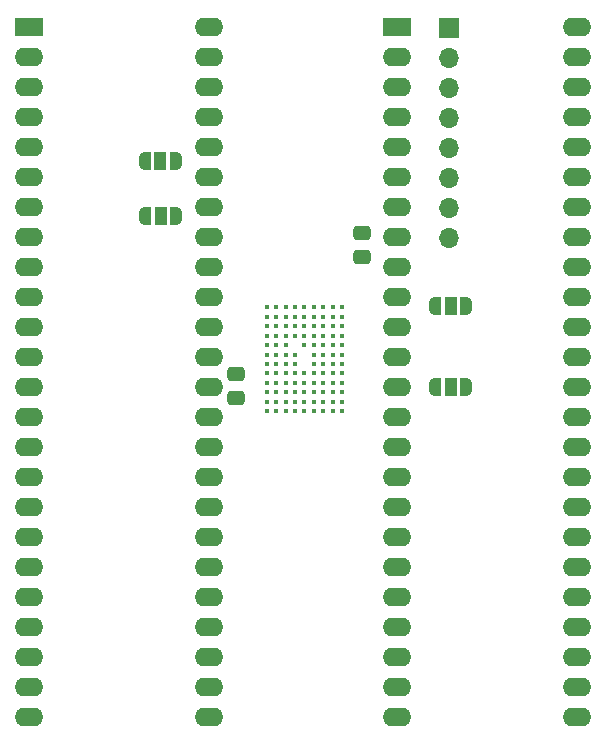
<source format=gbr>
%TF.GenerationSoftware,KiCad,Pcbnew,8.0.3*%
%TF.CreationDate,2024-11-10T11:38:16-08:00*%
%TF.ProjectId,Intel 105 BGA NOR+NAND,496e7465-6c20-4313-9035-20424741204e,rev?*%
%TF.SameCoordinates,Original*%
%TF.FileFunction,Soldermask,Top*%
%TF.FilePolarity,Negative*%
%FSLAX46Y46*%
G04 Gerber Fmt 4.6, Leading zero omitted, Abs format (unit mm)*
G04 Created by KiCad (PCBNEW 8.0.3) date 2024-11-10 11:38:16*
%MOMM*%
%LPD*%
G01*
G04 APERTURE LIST*
G04 Aperture macros list*
%AMRoundRect*
0 Rectangle with rounded corners*
0 $1 Rounding radius*
0 $2 $3 $4 $5 $6 $7 $8 $9 X,Y pos of 4 corners*
0 Add a 4 corners polygon primitive as box body*
4,1,4,$2,$3,$4,$5,$6,$7,$8,$9,$2,$3,0*
0 Add four circle primitives for the rounded corners*
1,1,$1+$1,$2,$3*
1,1,$1+$1,$4,$5*
1,1,$1+$1,$6,$7*
1,1,$1+$1,$8,$9*
0 Add four rect primitives between the rounded corners*
20,1,$1+$1,$2,$3,$4,$5,0*
20,1,$1+$1,$4,$5,$6,$7,0*
20,1,$1+$1,$6,$7,$8,$9,0*
20,1,$1+$1,$8,$9,$2,$3,0*%
%AMFreePoly0*
4,1,19,0.550000,-0.750000,0.000000,-0.750000,0.000000,-0.744911,-0.071157,-0.744911,-0.207708,-0.704816,-0.327430,-0.627875,-0.420627,-0.520320,-0.479746,-0.390866,-0.500000,-0.250000,-0.500000,0.250000,-0.479746,0.390866,-0.420627,0.520320,-0.327430,0.627875,-0.207708,0.704816,-0.071157,0.744911,0.000000,0.744911,0.000000,0.750000,0.550000,0.750000,0.550000,-0.750000,0.550000,-0.750000,
$1*%
%AMFreePoly1*
4,1,19,0.000000,0.744911,0.071157,0.744911,0.207708,0.704816,0.327430,0.627875,0.420627,0.520320,0.479746,0.390866,0.500000,0.250000,0.500000,-0.250000,0.479746,-0.390866,0.420627,-0.520320,0.327430,-0.627875,0.207708,-0.704816,0.071157,-0.744911,0.000000,-0.744911,0.000000,-0.750000,-0.550000,-0.750000,-0.550000,0.750000,0.000000,0.750000,0.000000,0.744911,0.000000,0.744911,
$1*%
G04 Aperture macros list end*
%ADD10RoundRect,0.250000X0.475000X-0.337500X0.475000X0.337500X-0.475000X0.337500X-0.475000X-0.337500X0*%
%ADD11FreePoly0,0.000000*%
%ADD12R,1.000000X1.500000*%
%ADD13FreePoly1,0.000000*%
%ADD14R,2.400000X1.600000*%
%ADD15O,2.400000X1.600000*%
%ADD16R,1.700000X1.700000*%
%ADD17O,1.700000X1.700000*%
%ADD18C,0.400000*%
G04 APERTURE END LIST*
D10*
%TO.C,C2*%
X157680000Y-94887500D03*
X157680000Y-92812500D03*
%TD*%
D11*
%TO.C,CE4*%
X150000000Y-79425000D03*
D12*
X151300000Y-79425000D03*
D13*
X152600000Y-79425000D03*
%TD*%
D14*
%TO.C,J3*%
X140131800Y-63398400D03*
D15*
X140131800Y-65938400D03*
X140131800Y-68478400D03*
X140131800Y-71018400D03*
X140131800Y-73558400D03*
X140131800Y-76098400D03*
X140131800Y-78638400D03*
X140131800Y-81178400D03*
X140131800Y-83718400D03*
X140131800Y-86258400D03*
X140131800Y-88798400D03*
X140131800Y-91338400D03*
X140131800Y-93878400D03*
X140131800Y-96418400D03*
X140131800Y-98958400D03*
X140131800Y-101498400D03*
X140131800Y-104038400D03*
X140131800Y-106578400D03*
X140131800Y-109118400D03*
X140131800Y-111658400D03*
X140131800Y-114198400D03*
X140131800Y-116738400D03*
X140131800Y-119278400D03*
X140131800Y-121818400D03*
X155371800Y-121818400D03*
X155371800Y-119278400D03*
X155371800Y-116738400D03*
X155371800Y-114198400D03*
X155371800Y-111658400D03*
X155371800Y-109118400D03*
X155371800Y-106578400D03*
X155371800Y-104038400D03*
X155371800Y-101498400D03*
X155371800Y-98958400D03*
X155371800Y-96418400D03*
X155371800Y-93878400D03*
X155371800Y-91338400D03*
X155371800Y-88798400D03*
X155371800Y-86258400D03*
X155371800Y-83718400D03*
X155371800Y-81178400D03*
X155371800Y-78638400D03*
X155371800Y-76098400D03*
X155371800Y-73558400D03*
X155371800Y-71018400D03*
X155371800Y-68478400D03*
X155371800Y-65938400D03*
X155371800Y-63398400D03*
%TD*%
D14*
%TO.C,J1*%
X171348400Y-63423800D03*
D15*
X171348400Y-65963800D03*
X171348400Y-68503800D03*
X171348400Y-71043800D03*
X171348400Y-73583800D03*
X171348400Y-76123800D03*
X171348400Y-78663800D03*
X171348400Y-81203800D03*
X171348400Y-83743800D03*
X171348400Y-86283800D03*
X171348400Y-88823800D03*
X171348400Y-91363800D03*
X171348400Y-93903800D03*
X171348400Y-96443800D03*
X171348400Y-98983800D03*
X171348400Y-101523800D03*
X171348400Y-104063800D03*
X171348400Y-106603800D03*
X171348400Y-109143800D03*
X171348400Y-111683800D03*
X171348400Y-114223800D03*
X171348400Y-116763800D03*
X171348400Y-119303800D03*
X171348400Y-121843800D03*
X186588400Y-121843800D03*
X186588400Y-119303800D03*
X186588400Y-116763800D03*
X186588400Y-114223800D03*
X186588400Y-111683800D03*
X186588400Y-109143800D03*
X186588400Y-106603800D03*
X186588400Y-104063800D03*
X186588400Y-101523800D03*
X186588400Y-98983800D03*
X186588400Y-96443800D03*
X186588400Y-93903800D03*
X186588400Y-91363800D03*
X186588400Y-88823800D03*
X186588400Y-86283800D03*
X186588400Y-83743800D03*
X186588400Y-81203800D03*
X186588400Y-78663800D03*
X186588400Y-76123800D03*
X186588400Y-73583800D03*
X186588400Y-71043800D03*
X186588400Y-68503800D03*
X186588400Y-65963800D03*
X186588400Y-63423800D03*
%TD*%
D11*
%TO.C,CE2*%
X174575000Y-93900000D03*
D12*
X175875000Y-93900000D03*
D13*
X177175000Y-93900000D03*
%TD*%
D16*
%TO.C,J2*%
X175691800Y-63525400D03*
D17*
X175691800Y-66065400D03*
X175691800Y-68605400D03*
X175691800Y-71145400D03*
X175691800Y-73685400D03*
X175691800Y-76225400D03*
X175691800Y-78765400D03*
X175691800Y-81305400D03*
%TD*%
D18*
%TO.C,U1*%
X160287000Y-87172800D03*
X161087000Y-87172800D03*
X161887000Y-87172800D03*
X162687000Y-87172800D03*
X163487000Y-87172800D03*
X164287000Y-87172800D03*
X165087000Y-87172800D03*
X165887000Y-87172800D03*
X166687000Y-87172800D03*
X160287000Y-87972800D03*
X161087000Y-87972800D03*
X161887000Y-87972800D03*
X162687000Y-87972800D03*
X163487000Y-87972800D03*
X164287000Y-87972800D03*
X165087000Y-87972800D03*
X165887000Y-87972800D03*
X166687000Y-87972800D03*
X160287000Y-88772800D03*
X161087000Y-88772800D03*
X161887000Y-88772800D03*
X162687000Y-88772800D03*
X163487000Y-88772800D03*
X164287000Y-88772800D03*
X165087000Y-88772800D03*
X165887000Y-88772800D03*
X166687000Y-88772800D03*
X160287000Y-89572800D03*
X161087000Y-89572800D03*
X161887000Y-89572800D03*
X162687000Y-89572800D03*
X163487000Y-89572800D03*
X164287000Y-89572800D03*
X165087000Y-89572800D03*
X165887000Y-89572800D03*
X166687000Y-89572800D03*
X160287000Y-90372800D03*
X161087000Y-90372800D03*
X161887000Y-90372800D03*
X163487000Y-90372800D03*
X164287000Y-90372800D03*
X165087000Y-90372800D03*
X165887000Y-90372800D03*
X166687000Y-90372800D03*
X160287000Y-91172800D03*
X161087000Y-91172800D03*
X161887000Y-91172800D03*
X162687000Y-91172800D03*
X164287000Y-91172800D03*
X165087000Y-91172800D03*
X165887000Y-91172800D03*
X166687000Y-91172800D03*
X160287000Y-91972800D03*
X161087000Y-91972800D03*
X161887000Y-91972800D03*
X162687000Y-91972800D03*
X164287000Y-91972800D03*
X165087000Y-91972800D03*
X165887000Y-91972800D03*
X166687000Y-91972800D03*
X160287000Y-92772800D03*
X161087000Y-92772800D03*
X161887000Y-92772800D03*
X162687000Y-92772800D03*
X163487000Y-92772800D03*
X164287000Y-92772800D03*
X165087000Y-92772800D03*
X165887000Y-92772800D03*
X166687000Y-92772800D03*
X160287000Y-93572800D03*
X161087000Y-93572800D03*
X161887000Y-93572800D03*
X162687000Y-93572800D03*
X163487000Y-93572800D03*
X164287000Y-93572800D03*
X165087000Y-93572800D03*
X165887000Y-93572800D03*
X166687000Y-93572800D03*
X160287000Y-94372800D03*
X161087000Y-94372800D03*
X161887000Y-94372800D03*
X162687000Y-94372800D03*
X163487000Y-94372800D03*
X164287000Y-94372800D03*
X165087000Y-94372800D03*
X165887000Y-94372800D03*
X166687000Y-94372800D03*
X160287000Y-95172800D03*
X161087000Y-95172800D03*
X161887000Y-95172800D03*
X162687000Y-95172800D03*
X163487000Y-95172800D03*
X164287000Y-95172800D03*
X165087000Y-95172800D03*
X165887000Y-95172800D03*
X166687000Y-95172800D03*
X160287000Y-95972800D03*
X161087000Y-95972800D03*
X161887000Y-95972800D03*
X162687000Y-95972800D03*
X163487000Y-95972800D03*
X164287000Y-95972800D03*
X165087000Y-95972800D03*
X165887000Y-95972800D03*
X166687000Y-95972800D03*
%TD*%
D10*
%TO.C,C1*%
X168350000Y-82917500D03*
X168350000Y-80842500D03*
%TD*%
D11*
%TO.C,CE3*%
X149975000Y-74750000D03*
D12*
X151275000Y-74750000D03*
D13*
X152575000Y-74750000D03*
%TD*%
D11*
%TO.C,CE1*%
X174575000Y-87025000D03*
D12*
X175875000Y-87025000D03*
D13*
X177175000Y-87025000D03*
%TD*%
M02*

</source>
